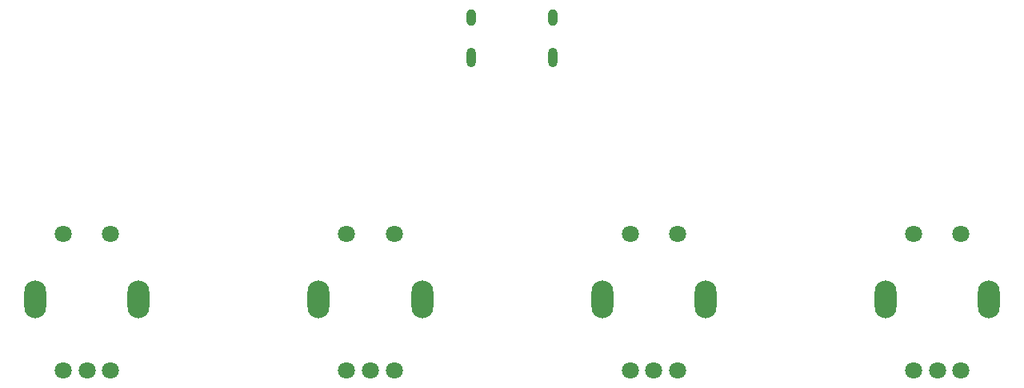
<source format=gbr>
%TF.GenerationSoftware,KiCad,Pcbnew,(6.0.10)*%
%TF.CreationDate,2023-01-05T01:40:23+01:00*%
%TF.ProjectId,obs-studio-controller,6f62732d-7374-4756-9469-6f2d636f6e74,rev?*%
%TF.SameCoordinates,Original*%
%TF.FileFunction,Paste,Bot*%
%TF.FilePolarity,Positive*%
%FSLAX46Y46*%
G04 Gerber Fmt 4.6, Leading zero omitted, Abs format (unit mm)*
G04 Created by KiCad (PCBNEW (6.0.10)) date 2023-01-05 01:40:23*
%MOMM*%
%LPD*%
G01*
G04 APERTURE LIST*
%ADD10C,1.800000*%
%ADD11O,2.300000X4.000000*%
%ADD12O,1.000000X2.100000*%
%ADD13O,1.000000X1.800000*%
G04 APERTURE END LIST*
D10*
%TO.C,SW1*%
X0Y0D03*
X5000000Y0D03*
X2500000Y0D03*
X0Y14500000D03*
X5000000Y14500000D03*
D11*
X-2970000Y7500000D03*
X7970000Y7500000D03*
%TD*%
D10*
%TO.C,SW3*%
X60000000Y0D03*
X65000000Y0D03*
X62500000Y0D03*
X60000000Y14500000D03*
X65000000Y14500000D03*
D11*
X57030000Y7500000D03*
X67970000Y7500000D03*
%TD*%
D10*
%TO.C,SW2*%
X30000000Y0D03*
X35000000Y0D03*
X32500000Y0D03*
X30000000Y14500000D03*
X35000000Y14500000D03*
D11*
X27030000Y7500000D03*
X37970000Y7500000D03*
%TD*%
D10*
%TO.C,SW4*%
X90000000Y0D03*
X95000000Y0D03*
X92500000Y0D03*
X90000000Y14500000D03*
X95000000Y14500000D03*
D11*
X87030000Y7500000D03*
X97970000Y7500000D03*
%TD*%
D12*
%TO.C,USBC1*%
X51820000Y33190000D03*
D13*
X51820000Y37370000D03*
X43180000Y37370000D03*
D12*
X43180000Y33190000D03*
%TD*%
M02*

</source>
